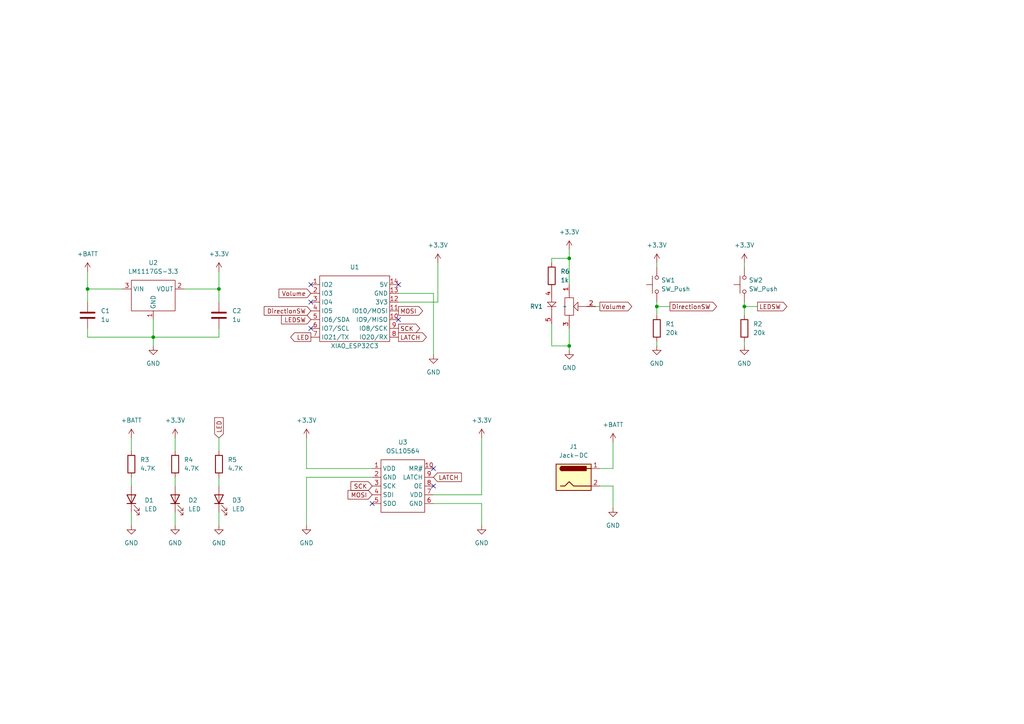
<source format=kicad_sch>
(kicad_sch (version 20230121) (generator eeschema)
  (paper "A4")
  (lib_symbols
    (symbol "Connector:Jack-DC" (pin_names (offset 1.016))
      (property "Reference" "J" (at 0 5.334 0))
      (property "Value" "Jack-DC" (at 0 -5.08 0))
      (symbol "Jack-DC_0_1"
        (rectangle (start -5.08 3.81) (end 5.08 -3.81) (stroke (width 0.254)) (fill (type background)))
        (arc (start -3.302 3.175) (mid -3.9343 2.54) (end -3.302 1.905) (stroke (width 0.254)))
        (arc (start -3.302 3.175) (mid -3.9343 2.54) (end -3.302 1.905) (stroke (width 0.254)) (fill (type outline)))
        (polyline (pts (xy 5.08 2.54) (xy 3.81 2.54)) (stroke (width 0.254)))
        (polyline (pts (xy -3.81 -2.54) (xy -2.54 -2.54) (xy -1.27 -1.27) (xy 0 -2.54) (xy 2.54 -2.54) (xy 5.08 -2.54)) (stroke (width 0.254)))
        (rectangle (start 3.683 3.175) (end -3.302 1.905) (stroke (width 0.254)) (fill (type outline)))
      )
      (symbol "Jack-DC_1_1"
        (pin passive line (at 7.62 2.54 180) (length 2.54) (name "~") (number "1"))
        (pin passive line (at 7.62 -2.54 180) (length 2.54) (name "~") (number "2"))
      )
    )
    (symbol "Device:C" (pin_numbers hide) (pin_names (offset 0.254))
      (property "Reference" "C" (at 0.635 2.54 0))
      (property "Value" "C" (at 0.635 -2.54 0))
      (symbol "C_0_1"
        (polyline (pts (xy -2.032 -0.762) (xy 2.032 -0.762)) (stroke (width 0.508)))
        (polyline (pts (xy -2.032 0.762) (xy 2.032 0.762)) (stroke (width 0.508)))
      )
      (symbol "C_1_1"
        (pin passive line (at 0 3.81 270) (length 2.794) (name "~") (number "1"))
        (pin passive line (at 0 -3.81 90) (length 2.794) (name "~") (number "2"))
      )
    )
    (symbol "Device:LED" (pin_numbers hide) (pin_names (offset 1.016) hide)
      (property "Reference" "D" (at 0 2.54 0))
      (property "Value" "LED" (at 0 -2.54 0))
      (symbol "LED_0_1"
        (polyline (pts (xy -1.27 -1.27) (xy -1.27 1.27)) (stroke (width 0.254)))
        (polyline (pts (xy -1.27 0) (xy 1.27 0)))
        (polyline (pts (xy 1.27 -1.27) (xy 1.27 1.27) (xy -1.27 0) (xy 1.27 -1.27)) (stroke (width 0.254)))
        (polyline (pts (xy -3.048 -0.762) (xy -4.572 -2.286) (xy -3.81 -2.286) (xy -4.572 -2.286) (xy -4.572 -1.524)))
        (polyline (pts (xy -1.778 -0.762) (xy -3.302 -2.286) (xy -2.54 -2.286) (xy -3.302 -2.286) (xy -3.302 -1.524)))
      )
      (symbol "LED_1_1"
        (pin passive line (at -3.81 0 0) (length 2.54) (name "K") (number "1"))
        (pin passive line (at 3.81 0 180) (length 2.54) (name "A") (number "2"))
      )
    )
    (symbol "Device:R" (pin_numbers hide) (pin_names (offset 0))
      (property "Reference" "R" (at 2.032 0 90))
      (property "Value" "R" (at 0 0 90))
      (symbol "R_0_1"
        (rectangle (start -1.016 -2.54) (end 1.016 2.54) (stroke (width 0.254)))
      )
      (symbol "R_1_1"
        (pin passive line (at 0 3.81 270) (length 1.27) (name "~") (number "1"))
        (pin passive line (at 0 -3.81 90) (length 1.27) (name "~") (number "2"))
      )
    )
    (symbol "Switch:SW_Push" (pin_numbers hide) (pin_names (offset 1.016) hide)
      (property "Reference" "SW" (at 1.27 2.54 0))
      (property "Value" "SW_Push" (at 0 -1.524 0))
      (symbol "SW_Push_0_1"
        (circle (center -2.032 0) (radius 0.508))
        (polyline (pts (xy 0 1.27) (xy 0 3.048)))
        (polyline (pts (xy 2.54 1.27) (xy -2.54 1.27)))
        (circle (center 2.032 0) (radius 0.508))
        (pin passive line (at -5.08 0 0) (length 2.54) (name "1") (number "1"))
        (pin passive line (at 5.08 0 180) (length 2.54) (name "2") (number "2"))
      )
    )
    (symbol "my_symbols:7SegLED"
      (property "Reference" "U" (at 0 8.89 0))
      (property "Value" "OSL10564" (at 0 -8.89 0))
      (symbol "7SegLED_0_1"
        (rectangle (start -6.35 7.62) (end 6.35 -7.62))
      )
      (symbol "7SegLED_1_1"
        (pin passive line (at -8.89 5.08 0) (length 2.54) (name "VDD") (number "1"))
        (pin passive line (at 8.89 5.08 180) (length 2.54) (name "MR#") (number "10"))
        (pin passive line (at -8.89 2.54 0) (length 2.54) (name "GND") (number "2"))
        (pin passive line (at -8.89 0 0) (length 2.54) (name "SCK") (number "3"))
        (pin passive line (at -8.89 -2.54 0) (length 2.54) (name "SDI") (number "4"))
        (pin passive line (at -8.89 -5.08 0) (length 2.54) (name "SDO") (number "5"))
        (pin passive line (at 8.89 -5.08 180) (length 2.54) (name "GND") (number "6"))
        (pin passive line (at 8.89 -2.54 180) (length 2.54) (name "VDD") (number "7"))
        (pin passive line (at 8.89 0 180) (length 2.54) (name "OE") (number "8"))
        (pin passive line (at 8.89 2.54 180) (length 2.54) (name "LATCH") (number "9"))
      )
    )
    (symbol "my_symbols:LM1117GS-3.3"
      (property "Reference" "U" (at 0 7.62 0))
      (property "Value" "LM1117GS-3.3" (at 0 7.62 0))
      (symbol "LM1117GS-3.3_0_1"
        (rectangle (start -6.35 6.35) (end 6.35 -2.54))
      )
      (symbol "LM1117GS-3.3_1_1"
        (pin passive line (at 0 -5.08 90) (length 2.54) (name "GND") (number "1"))
        (pin passive line (at 8.89 3.81 180) (length 2.54) (name "VOUT") (number "2"))
        (pin passive line (at -8.89 3.81 0) (length 2.54) (name "VIN") (number "3"))
      )
    )
    (symbol "my_symbols:RV_LED"
      (property "Reference" "RV" (at 0 10.16 0))
      (symbol "RV_LED_0_1"
        (polyline (pts (xy 1.27 -2.54) (xy 1.27 -3.81)))
        (polyline (pts (xy 1.27 2.54) (xy 1.27 3.81)))
        (polyline (pts (xy -5.08 0) (xy -2.54 0) (xy -3.81 0) (xy -3.81 -2.54)))
        (polyline (pts (xy -3.81 2.54) (xy -3.81 1.27) (xy -5.08 1.27) (xy -3.81 0) (xy -2.54 1.27) (xy -3.81 1.27)))
        (polyline (pts (xy 3.81 1.27) (xy 2.54 0) (xy 3.81 -1.27) (xy 3.81 1.27) (xy 3.81 0) (xy 6.35 0)))
        (rectangle (start 0 2.54) (end 2.54 -2.54))
      )
      (symbol "RV_LED_1_1"
        (pin passive line (at 1.27 6.35 270) (length 2.54) (name "") (number "1"))
        (pin passive line (at 8.89 0 180) (length 2.54) (name "") (number "2"))
        (pin passive line (at 1.27 -6.35 90) (length 2.54) (name "") (number "3"))
        (pin passive line (at -3.81 5.08 270) (length 2.54) (name "") (number "4"))
        (pin passive line (at -3.81 -5.08 90) (length 2.54) (name "") (number "5"))
      )
    )
    (symbol "my_symbols:XIAO_ESP32C3"
      (property "Reference" "U" (at 0 11.43 0))
      (symbol "XIAO_ESP32C3_0_1"
        (rectangle (start -10.16 10.16) (end 10.16 -8.89))
      )
      (symbol "XIAO_ESP32C3_1_1"
        (pin passive line (at -12.7 7.62 0) (length 2.54) (name "IO2") (number "1"))
        (pin passive line (at 12.7 -2.54 180) (length 2.54) (name "IO9/MISO") (number "10"))
        (pin passive line (at 12.7 0 180) (length 2.54) (name "IO10/MOSI") (number "11"))
        (pin passive line (at 12.7 2.54 180) (length 2.54) (name "3V3") (number "12"))
        (pin passive line (at 12.7 5.08 180) (length 2.54) (name "GND") (number "13"))
        (pin passive line (at 12.7 7.62 180) (length 2.54) (name "5V") (number "14"))
        (pin passive line (at -12.7 5.08 0) (length 2.54) (name "IO3") (number "2"))
        (pin passive line (at -12.7 2.54 0) (length 2.54) (name "IO4") (number "3"))
        (pin passive line (at -12.7 0 0) (length 2.54) (name "IO5") (number "4"))
        (pin passive line (at -12.7 -2.54 0) (length 2.54) (name "IO6/SDA") (number "5"))
        (pin passive line (at -12.7 -5.08 0) (length 2.54) (name "IO7/SCL") (number "6"))
        (pin passive line (at -12.7 -7.62 0) (length 2.54) (name "IO21/TX") (number "7"))
        (pin passive line (at 12.7 -7.62 180) (length 2.54) (name "IO20/RX") (number "8"))
        (pin passive line (at 12.7 -5.08 180) (length 2.54) (name "IO8/SCK") (number "9"))
      )
    )
    (symbol "power:+3.3V" (power) (pin_names (offset 0))
      (property "Value" "+3.3V" (at 0 3.556 0))
      (symbol "+3.3V_0_1"
        (polyline (pts (xy -0.762 1.27) (xy 0 2.54)))
        (polyline (pts (xy 0 0) (xy 0 2.54)))
        (polyline (pts (xy 0 2.54) (xy 0.762 1.27)))
      )
      (symbol "+3.3V_1_1"
        (pin power_in line (at 0 0 90) (length 0) hide (name "+3.3V") (number "1"))
      )
    )
    (symbol "power:+BATT" (power) (pin_names (offset 0))
      (property "Value" "+BATT" (at 0 3.556 0))
      (symbol "+BATT_0_1"
        (polyline (pts (xy -0.762 1.27) (xy 0 2.54)))
        (polyline (pts (xy 0 0) (xy 0 2.54)))
        (polyline (pts (xy 0 2.54) (xy 0.762 1.27)))
      )
      (symbol "+BATT_1_1"
        (pin power_in line (at 0 0 90) (length 0) hide (name "+BATT") (number "1"))
      )
    )
    (symbol "power:GND" (power) (pin_names (offset 0))
      (property "Value" "GND" (at 0 -3.81 0))
      (symbol "GND_0_1"
        (polyline (pts (xy 0 0) (xy 0 -1.27) (xy 1.27 -1.27) (xy 0 -2.54) (xy -1.27 -1.27) (xy 0 -1.27)))
      )
      (symbol "GND_1_1"
        (pin power_in line (at 0 0 270) (length 0) hide (name "GND") (number "1"))
      )
    )
  )
  (junction (at 165.1 74.93))
  (junction (at 63.5 83.82))
  (junction (at 190.5 88.9))
  (junction (at 44.45 97.79))
  (junction (at 215.9 88.9))
  (junction (at 25.4 83.82))
  (junction (at 165.1 100.33))
  (no_connect (at 90.17 82.55))
  (no_connect (at 90.17 95.25))
  (no_connect (at 115.57 82.55))
  (no_connect (at 90.17 87.63))
  (no_connect (at 125.73 135.89))
  (no_connect (at 125.73 140.97))
  (no_connect (at 107.95 146.05))
  (no_connect (at 115.57 92.71))
  (wire (pts (xy 63.5 97.79) (xy 63.5 95.25)))
  (wire (pts (xy 63.5 148.59) (xy 63.5 152.4)))
  (wire (pts (xy 63.5 83.82) (xy 53.34 83.82)))
  (wire (pts (xy 88.9 138.43) (xy 88.9 152.4)))
  (wire (pts (xy 215.9 88.9) (xy 219.71 88.9)))
  (wire (pts (xy 215.9 76.2) (xy 215.9 77.47)))
  (wire (pts (xy 139.7 127) (xy 139.7 143.51)))
  (wire (pts (xy 50.8 148.59) (xy 50.8 152.4)))
  (wire (pts (xy 88.9 135.89) (xy 107.95 135.89)))
  (wire (pts (xy 190.5 87.63) (xy 190.5 88.9)))
  (wire (pts (xy 190.5 99.06) (xy 190.5 100.33)))
  (wire (pts (xy 44.45 97.79) (xy 63.5 97.79)))
  (wire (pts (xy 25.4 87.63) (xy 25.4 83.82)))
  (wire (pts (xy 88.9 127) (xy 88.9 135.89)))
  (wire (pts (xy 63.5 78.74) (xy 63.5 83.82)))
  (wire (pts (xy 139.7 146.05) (xy 139.7 152.4)))
  (wire (pts (xy 160.02 100.33) (xy 165.1 100.33)))
  (wire (pts (xy 177.8 135.89) (xy 173.99 135.89)))
  (wire (pts (xy 38.1 148.59) (xy 38.1 152.4)))
  (wire (pts (xy 215.9 87.63) (xy 215.9 88.9)))
  (wire (pts (xy 25.4 78.74) (xy 25.4 83.82)))
  (wire (pts (xy 215.9 99.06) (xy 215.9 100.33)))
  (wire (pts (xy 177.8 128.27) (xy 177.8 135.89)))
  (wire (pts (xy 125.73 102.87) (xy 125.73 85.09)))
  (wire (pts (xy 165.1 72.39) (xy 165.1 74.93)))
  (wire (pts (xy 177.8 140.97) (xy 173.99 140.97)))
  (wire (pts (xy 127 76.2) (xy 127 87.63)))
  (wire (pts (xy 38.1 138.43) (xy 38.1 140.97)))
  (wire (pts (xy 50.8 127) (xy 50.8 130.81)))
  (wire (pts (xy 139.7 143.51) (xy 125.73 143.51)))
  (wire (pts (xy 38.1 127) (xy 38.1 130.81)))
  (wire (pts (xy 160.02 74.93) (xy 165.1 74.93)))
  (wire (pts (xy 190.5 76.2) (xy 190.5 77.47)))
  (wire (pts (xy 177.8 147.32) (xy 177.8 140.97)))
  (wire (pts (xy 125.73 146.05) (xy 139.7 146.05)))
  (wire (pts (xy 50.8 138.43) (xy 50.8 140.97)))
  (wire (pts (xy 25.4 97.79) (xy 25.4 95.25)))
  (wire (pts (xy 44.45 97.79) (xy 44.45 92.71)))
  (wire (pts (xy 165.1 95.25) (xy 165.1 100.33)))
  (wire (pts (xy 190.5 88.9) (xy 194.31 88.9)))
  (wire (pts (xy 63.5 138.43) (xy 63.5 140.97)))
  (wire (pts (xy 215.9 88.9) (xy 215.9 91.44)))
  (wire (pts (xy 190.5 88.9) (xy 190.5 91.44)))
  (wire (pts (xy 165.1 100.33) (xy 165.1 101.6)))
  (wire (pts (xy 25.4 97.79) (xy 44.45 97.79)))
  (wire (pts (xy 63.5 87.63) (xy 63.5 83.82)))
  (wire (pts (xy 63.5 127) (xy 63.5 130.81)))
  (wire (pts (xy 127 87.63) (xy 115.57 87.63)))
  (wire (pts (xy 160.02 74.93) (xy 160.02 76.2)))
  (wire (pts (xy 88.9 138.43) (xy 107.95 138.43)))
  (wire (pts (xy 44.45 97.79) (xy 44.45 100.33)))
  (wire (pts (xy 25.4 83.82) (xy 35.56 83.82)))
  (wire (pts (xy 125.73 85.09) (xy 115.57 85.09)))
  (wire (pts (xy 173.99 88.9) (xy 172.72 88.9)))
  (wire (pts (xy 160.02 93.98) (xy 160.02 100.33)))
  (wire (pts (xy 165.1 74.93) (xy 165.1 82.55)))
  (global_label "LED" (shape output) (at 90.17 97.79 180) (property "Intersheetrefs" "${INTERSHEET_REFS}" (effects hide)))
  (global_label "DirectionSW" (shape output) (at 194.31 88.9 0) (property "Intersheetrefs" "${INTERSHEET_REFS}" (effects hide)))
  (global_label "LEDSW" (shape input) (at 90.17 92.71 180) (property "Intersheetrefs" "${INTERSHEET_REFS}" (effects hide)))
  (global_label "LATCH" (shape output) (at 115.57 97.79 0) (property "Intersheetrefs" "${INTERSHEET_REFS}" (effects hide)))
  (global_label "LATCH" (shape input) (at 125.73 138.43 0) (property "Intersheetrefs" "${INTERSHEET_REFS}" (effects hide)))
  (global_label "MOSI" (shape input) (at 107.95 143.51 180) (property "Intersheetrefs" "${INTERSHEET_REFS}" (effects hide)))
  (global_label "SCK" (shape input) (at 107.95 140.97 180) (property "Intersheetrefs" "${INTERSHEET_REFS}" (effects hide)))
  (global_label "LEDSW" (shape output) (at 219.71 88.9 0) (property "Intersheetrefs" "${INTERSHEET_REFS}" (effects hide)))
  (global_label "MOSI" (shape output) (at 115.57 90.17 0) (property "Intersheetrefs" "${INTERSHEET_REFS}" (effects hide)))
  (global_label "SCK" (shape output) (at 115.57 95.25 0) (property "Intersheetrefs" "${INTERSHEET_REFS}" (effects hide)))
  (global_label "Volume" (shape input) (at 90.17 85.09 180) (property "Intersheetrefs" "${INTERSHEET_REFS}" (effects hide)))
  (global_label "Volume" (shape output) (at 173.99 88.9 0) (property "Intersheetrefs" "${INTERSHEET_REFS}" (effects hide)))
  (global_label "DirectionSW" (shape input) (at 90.17 90.17 180) (property "Intersheetrefs" "${INTERSHEET_REFS}" (effects hide)))
  (global_label "LED" (shape input) (at 63.5 127 90) (property "Intersheetrefs" "${INTERSHEET_REFS}" (effects hide)))
  (symbol (lib_id "power:+3.3V") (at 50.8 127 0) (unit 1)
    (property "Reference" "#PWR014" (effects hide))
    (property "Value" "+3.3V" (at 50.8 121.92 0))
  )
  (symbol (lib_id "power:+3.3V") (at 190.5 76.2 0) (unit 1)
    (property "Reference" "#PWR010" (effects hide))
    (property "Value" "+3.3V" (at 190.5 71.12 0))
  )
  (symbol (lib_id "Switch:SW_Push") (at 190.5 82.55 90) (unit 1)
    (property "Reference" "SW1" (at 191.77 81.28 90) (effects (justify right)))
    (property "Value" "SW_Push" (at 191.77 83.82 90) (effects (justify right)))
    (property "Footprint" "Connector_PinHeader_2.54mm:PinHeader_1x02_P2.54mm_Vertical" (effects hide))
  )
  (symbol (lib_id "Connector:Jack-DC") (at 166.37 138.43 0) (unit 1)
    (property "Reference" "J1" (at 166.37 129.54 0))
    (property "Value" "Jack-DC" (at 166.37 132.08 0))
    (property "Footprint" "MyLib:DCJack2.1" (effects hide))
  )
  (symbol (lib_id "my_symbols:RV_LED") (at 163.83 88.9 0) (unit 1)
    (property "Reference" "RV1" (at 157.48 88.9 0) (effects (justify right)))
    (property "Value" "~" (at 163.83 88.9 0))
    (property "Footprint" "MyLib:VR-sliderV2" (effects hide))
  )
  (symbol (lib_id "Device:LED") (at 63.5 144.78 90) (unit 1)
    (property "Reference" "D3" (at 67.31 145.0975 90) (effects (justify right)))
    (property "Value" "LED" (at 67.31 147.6375 90) (effects (justify right)))
    (property "Footprint" "LED_THT:LED_D3.0mm" (effects hide))
  )
  (symbol (lib_id "power:GND") (at 177.8 147.32 0) (unit 1)
    (property "Reference" "#PWR022" (effects hide))
    (property "Value" "GND" (at 177.8 152.4 0))
  )
  (symbol (lib_id "power:GND") (at 63.5 152.4 0) (unit 1)
    (property "Reference" "#PWR017" (effects hide))
    (property "Value" "GND" (at 63.5 157.48 0))
  )
  (symbol (lib_id "Device:R") (at 160.02 80.01 0) (unit 1)
    (property "Reference" "R6" (at 162.56 78.74 0) (effects (justify left)))
    (property "Value" "1k" (at 162.56 81.28 0) (effects (justify left)))
    (property "Footprint" "Resistor_THT:R_Axial_DIN0204_L3.6mm_D1.6mm_P7.62mm_Horizontal" (effects hide))
  )
  (symbol (lib_id "power:+BATT") (at 25.4 78.74 0) (unit 1)
    (property "Reference" "#PWR02" (effects hide))
    (property "Value" "+BATT" (at 25.4 73.66 0))
  )
  (symbol (lib_id "Device:R") (at 50.8 134.62 0) (unit 1)
    (property "Reference" "R4" (at 53.34 133.35 0) (effects (justify left)))
    (property "Value" "4.7K" (at 53.34 135.89 0) (effects (justify left)))
    (property "Footprint" "Resistor_THT:R_Axial_DIN0204_L3.6mm_D1.6mm_P7.62mm_Horizontal" (effects hide))
  )
  (symbol (lib_id "power:+3.3V") (at 215.9 76.2 0) (unit 1)
    (property "Reference" "#PWR011" (effects hide))
    (property "Value" "+3.3V" (at 215.9 71.12 0))
  )
  (symbol (lib_id "power:+3.3V") (at 127 76.2 0) (unit 1)
    (property "Reference" "#PWR04" (effects hide))
    (property "Value" "+3.3V" (at 127 71.12 0))
  )
  (symbol (lib_id "power:+3.3V") (at 88.9 127 0) (unit 1)
    (property "Reference" "#PWR018" (effects hide))
    (property "Value" "+3.3V" (at 88.9 121.92 0))
  )
  (symbol (lib_id "power:GND") (at 215.9 100.33 0) (unit 1)
    (property "Reference" "#PWR09" (effects hide))
    (property "Value" "GND" (at 215.9 105.41 0))
  )
  (symbol (lib_id "Device:R") (at 190.5 95.25 0) (unit 1)
    (property "Reference" "R1" (at 193.04 93.98 0) (effects (justify left)))
    (property "Value" "20k" (at 193.04 96.52 0) (effects (justify left)))
    (property "Footprint" "Resistor_THT:R_Axial_DIN0204_L3.6mm_D1.6mm_P7.62mm_Horizontal" (effects hide))
  )
  (symbol (lib_id "my_symbols:LM1117GS-3.3") (at 44.45 87.63 0) (unit 1)
    (property "Reference" "U2" (at 44.45 76.2 0))
    (property "Value" "LM1117GS-3.3" (at 44.45 78.74 0))
    (property "Footprint" "Package_TO_SOT_SMD:SOT-223-3_TabPin2" (effects hide))
  )
  (symbol (lib_id "power:+BATT") (at 177.8 128.27 0) (unit 1)
    (property "Reference" "#PWR021" (effects hide))
    (property "Value" "+BATT" (at 177.8 123.19 0))
  )
  (symbol (lib_id "Device:R") (at 215.9 95.25 0) (unit 1)
    (property "Reference" "R2" (at 218.44 93.98 0) (effects (justify left)))
    (property "Value" "20k" (at 218.44 96.52 0) (effects (justify left)))
    (property "Footprint" "Resistor_THT:R_Axial_DIN0204_L3.6mm_D1.6mm_P7.62mm_Horizontal" (effects hide))
  )
  (symbol (lib_id "power:+3.3V") (at 165.1 72.39 0) (unit 1)
    (property "Reference" "#PWR06" (effects hide))
    (property "Value" "+3.3V" (at 165.1 67.31 0))
  )
  (symbol (lib_id "Device:C") (at 63.5 91.44 0) (unit 1)
    (property "Reference" "C2" (at 67.31 90.17 0) (effects (justify left)))
    (property "Value" "1u" (at 67.31 92.71 0) (effects (justify left)))
    (property "Footprint" "Capacitor_THT:C_Disc_D5.0mm_W2.5mm_P5.00mm" (effects hide))
  )
  (symbol (lib_id "power:GND") (at 165.1 101.6 0) (unit 1)
    (property "Reference" "#PWR07" (effects hide))
    (property "Value" "GND" (at 165.1 106.68 0))
  )
  (symbol (lib_id "power:GND") (at 44.45 100.33 0) (unit 1)
    (property "Reference" "#PWR01" (effects hide))
    (property "Value" "GND" (at 44.45 105.41 0))
  )
  (symbol (lib_id "power:GND") (at 190.5 100.33 0) (unit 1)
    (property "Reference" "#PWR08" (effects hide))
    (property "Value" "GND" (at 190.5 105.41 0))
  )
  (symbol (lib_id "my_symbols:7SegLED") (at 116.84 140.97 0) (unit 1)
    (property "Reference" "U3" (at 116.84 128.27 0))
    (property "Value" "OSL10564" (at 116.84 130.81 0))
    (property "Footprint" "MyLib:OSL10564-MODULE" (effects hide))
  )
  (symbol (lib_id "power:+BATT") (at 38.1 127 0) (unit 1)
    (property "Reference" "#PWR013" (effects hide))
    (property "Value" "+BATT" (at 38.1 121.92 0))
  )
  (symbol (lib_id "Device:LED") (at 50.8 144.78 90) (unit 1)
    (property "Reference" "D2" (at 54.61 145.0975 90) (effects (justify right)))
    (property "Value" "LED" (at 54.61 147.6375 90) (effects (justify right)))
    (property "Footprint" "LED_THT:LED_D3.0mm" (effects hide))
  )
  (symbol (lib_id "my_symbols:XIAO_ESP32C3") (at 102.87 90.17 0) (unit 1)
    (property "Reference" "U1" (at 102.87 77.47 0))
    (property "Value" "XIAO_ESP32C3" (at 102.87 100.33 0))
    (property "Footprint" "MyLib:XIAO_ESP32C3" (effects hide))
  )
  (symbol (lib_id "power:GND") (at 125.73 102.87 0) (unit 1)
    (property "Reference" "#PWR05" (effects hide))
    (property "Value" "GND" (at 125.73 107.95 0))
  )
  (symbol (lib_id "Device:LED") (at 38.1 144.78 90) (unit 1)
    (property "Reference" "D1" (at 41.91 145.0975 90) (effects (justify right)))
    (property "Value" "LED" (at 41.91 147.6375 90) (effects (justify right)))
    (property "Footprint" "LED_THT:LED_D3.0mm" (effects hide))
  )
  (symbol (lib_id "power:GND") (at 38.1 152.4 0) (unit 1)
    (property "Reference" "#PWR012" (effects hide))
    (property "Value" "GND" (at 38.1 157.48 0))
  )
  (symbol (lib_id "Device:R") (at 38.1 134.62 0) (unit 1)
    (property "Reference" "R3" (at 40.64 133.35 0) (effects (justify left)))
    (property "Value" "4.7K" (at 40.64 135.89 0) (effects (justify left)))
    (property "Footprint" "Resistor_THT:R_Axial_DIN0204_L3.6mm_D1.6mm_P7.62mm_Horizontal" (effects hide))
  )
  (symbol (lib_id "power:GND") (at 139.7 152.4 0) (unit 1)
    (property "Reference" "#PWR016" (effects hide))
    (property "Value" "GND" (at 139.7 157.48 0))
  )
  (symbol (lib_id "Switch:SW_Push") (at 215.9 82.55 90) (unit 1)
    (property "Reference" "SW2" (at 217.17 81.28 90) (effects (justify right)))
    (property "Value" "SW_Push" (at 217.17 83.82 90) (effects (justify right)))
    (property "Footprint" "Connector_PinHeader_2.54mm:PinHeader_1x02_P2.54mm_Vertical" (effects hide))
  )
  (symbol (lib_id "Device:R") (at 63.5 134.62 0) (unit 1)
    (property "Reference" "R5" (at 66.04 133.35 0) (effects (justify left)))
    (property "Value" "4.7K" (at 66.04 135.89 0) (effects (justify left)))
    (property "Footprint" "Resistor_THT:R_Axial_DIN0204_L3.6mm_D1.6mm_P7.62mm_Horizontal" (effects hide))
  )
  (symbol (lib_id "power:+3.3V") (at 63.5 78.74 0) (unit 1)
    (property "Reference" "#PWR03" (effects hide))
    (property "Value" "+3.3V" (at 63.5 73.66 0))
  )
  (symbol (lib_id "power:GND") (at 88.9 152.4 0) (unit 1)
    (property "Reference" "#PWR020" (effects hide))
    (property "Value" "GND" (at 88.9 157.48 0))
  )
  (symbol (lib_id "Device:C") (at 25.4 91.44 0) (unit 1)
    (property "Reference" "C1" (at 29.21 90.17 0) (effects (justify left)))
    (property "Value" "1u" (at 29.21 92.71 0) (effects (justify left)))
    (property "Footprint" "Capacitor_THT:C_Disc_D5.0mm_W2.5mm_P5.00mm" (effects hide))
  )
  (symbol (lib_id "power:GND") (at 50.8 152.4 0) (unit 1)
    (property "Reference" "#PWR015" (effects hide))
    (property "Value" "GND" (at 50.8 157.48 0))
  )
  (symbol (lib_id "power:+3.3V") (at 139.7 127 0) (unit 1)
    (property "Reference" "#PWR019" (effects hide))
    (property "Value" "+3.3V" (at 139.7 121.92 0))
  )
)
</source>
